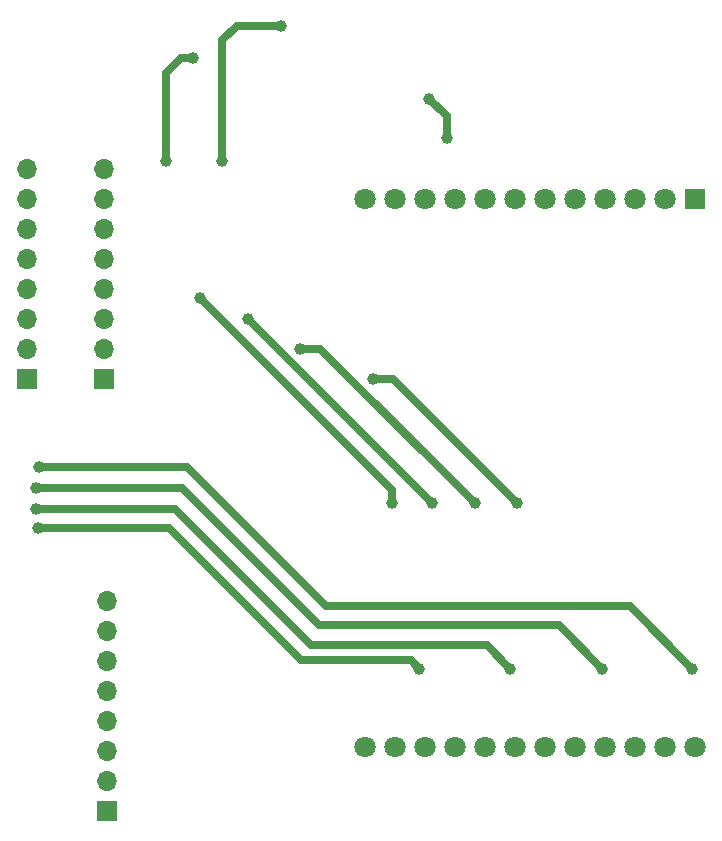
<source format=gbr>
%TF.GenerationSoftware,KiCad,Pcbnew,9.0.0*%
%TF.CreationDate,2025-04-13T20:44:06+03:30*%
%TF.ProjectId,DotMatrix,446f744d-6174-4726-9978-2e6b69636164,rev?*%
%TF.SameCoordinates,Original*%
%TF.FileFunction,Copper,L1,Top*%
%TF.FilePolarity,Positive*%
%FSLAX46Y46*%
G04 Gerber Fmt 4.6, Leading zero omitted, Abs format (unit mm)*
G04 Created by KiCad (PCBNEW 9.0.0) date 2025-04-13 20:44:06*
%MOMM*%
%LPD*%
G01*
G04 APERTURE LIST*
%TA.AperFunction,ComponentPad*%
%ADD10R,1.700000X1.700000*%
%TD*%
%TA.AperFunction,ComponentPad*%
%ADD11O,1.700000X1.700000*%
%TD*%
%TA.AperFunction,ComponentPad*%
%ADD12R,1.800000X1.800000*%
%TD*%
%TA.AperFunction,ComponentPad*%
%ADD13C,1.800000*%
%TD*%
%TA.AperFunction,ViaPad*%
%ADD14C,1.000000*%
%TD*%
%TA.AperFunction,Conductor*%
%ADD15C,0.700000*%
%TD*%
G04 APERTURE END LIST*
D10*
%TO.P,J1,1,Pin_1*%
%TO.N,Net-(J1-Pin_1)*%
X105250000Y-127740000D03*
D11*
%TO.P,J1,2,Pin_2*%
%TO.N,Net-(J1-Pin_2)*%
X105250000Y-125200000D03*
%TO.P,J1,3,Pin_3*%
%TO.N,Net-(J1-Pin_3)*%
X105250000Y-122660000D03*
%TO.P,J1,4,Pin_4*%
%TO.N,Net-(J1-Pin_4)*%
X105250000Y-120120000D03*
%TO.P,J1,5,Pin_5*%
%TO.N,Net-(J1-Pin_5)*%
X105250000Y-117580000D03*
%TO.P,J1,6,Pin_6*%
%TO.N,Net-(J1-Pin_6)*%
X105250000Y-115040000D03*
%TO.P,J1,7,Pin_7*%
%TO.N,Net-(J1-Pin_7)*%
X105250000Y-112500000D03*
%TO.P,J1,8,Pin_8*%
%TO.N,Net-(J1-Pin_8)*%
X105250000Y-109960000D03*
%TD*%
D10*
%TO.P,J3,1,Pin_1*%
%TO.N,Net-(J3-Pin_1)*%
X98500000Y-91200000D03*
D11*
%TO.P,J3,2,Pin_2*%
%TO.N,Net-(J3-Pin_2)*%
X98500000Y-88660000D03*
%TO.P,J3,3,Pin_3*%
%TO.N,Net-(J3-Pin_3)*%
X98500000Y-86120000D03*
%TO.P,J3,4,Pin_4*%
%TO.N,Net-(J3-Pin_4)*%
X98500000Y-83580000D03*
%TO.P,J3,5,Pin_5*%
%TO.N,Net-(J3-Pin_5)*%
X98500000Y-81040000D03*
%TO.P,J3,6,Pin_6*%
%TO.N,Net-(J3-Pin_6)*%
X98500000Y-78500000D03*
%TO.P,J3,7,Pin_7*%
%TO.N,Net-(J3-Pin_7)*%
X98500000Y-75960000D03*
%TO.P,J3,8,Pin_8*%
%TO.N,Net-(J3-Pin_8)*%
X98500000Y-73420000D03*
%TD*%
D10*
%TO.P,J2,1,Pin_1*%
%TO.N,Net-(J2-Pin_1)*%
X105000000Y-91200000D03*
D11*
%TO.P,J2,2,Pin_2*%
%TO.N,Net-(J2-Pin_2)*%
X105000000Y-88660000D03*
%TO.P,J2,3,Pin_3*%
%TO.N,Net-(J2-Pin_3)*%
X105000000Y-86120000D03*
%TO.P,J2,4,Pin_4*%
%TO.N,Net-(J2-Pin_4)*%
X105000000Y-83580000D03*
%TO.P,J2,5,Pin_5*%
%TO.N,Net-(J2-Pin_5)*%
X105000000Y-81040000D03*
%TO.P,J2,6,Pin_6*%
%TO.N,Net-(J2-Pin_6)*%
X105000000Y-78500000D03*
%TO.P,J2,7,Pin_7*%
%TO.N,Net-(J2-Pin_7)*%
X105000000Y-75960000D03*
%TO.P,J2,8,Pin_8*%
%TO.N,Net-(J2-Pin_8)*%
X105000000Y-73420000D03*
%TD*%
D12*
%TO.P,U1,1*%
%TO.N,Net-(R13-Pad1)*%
X155000000Y-75900000D03*
D13*
%TO.P,U1,2*%
%TO.N,Net-(R5-Pad1)*%
X152460000Y-75900000D03*
%TO.P,U1,3*%
%TO.N,Net-(J1-Pin_5)*%
X149920000Y-75900000D03*
%TO.P,U1,4*%
%TO.N,Net-(R14-Pad1)*%
X147380000Y-75900000D03*
%TO.P,U1,5*%
%TO.N,Net-(R6-Pad1)*%
X144840000Y-75900000D03*
%TO.P,U1,6*%
%TO.N,Net-(J1-Pin_6)*%
X142300000Y-75900000D03*
%TO.P,U1,7*%
%TO.N,Net-(R15-Pad1)*%
X139760000Y-75900000D03*
%TO.P,U1,8*%
%TO.N,Net-(R7-Pad1)*%
X137220000Y-75900000D03*
%TO.P,U1,9*%
%TO.N,Net-(J1-Pin_7)*%
X134680000Y-75900000D03*
%TO.P,U1,10*%
%TO.N,Net-(R16-Pad1)*%
X132140000Y-75900000D03*
%TO.P,U1,11*%
%TO.N,Net-(R8-Pad1)*%
X129600000Y-75900000D03*
%TO.P,U1,12*%
%TO.N,Net-(J1-Pin_8)*%
X127060000Y-75900000D03*
%TO.P,U1,13*%
%TO.N,Net-(J1-Pin_4)*%
X127060000Y-122300000D03*
%TO.P,U1,14*%
%TO.N,Net-(R4-Pad1)*%
X129600000Y-122300000D03*
%TO.P,U1,15*%
%TO.N,Net-(R12-Pad1)*%
X132140000Y-122300000D03*
%TO.P,U1,16*%
%TO.N,Net-(J1-Pin_3)*%
X134680000Y-122300000D03*
%TO.P,U1,17*%
%TO.N,Net-(R3-Pad1)*%
X137220000Y-122300000D03*
%TO.P,U1,18*%
%TO.N,Net-(R11-Pad1)*%
X139760000Y-122300000D03*
%TO.P,U1,19*%
%TO.N,Net-(J1-Pin_2)*%
X142300000Y-122300000D03*
%TO.P,U1,20*%
%TO.N,Net-(R2-Pad1)*%
X144840000Y-122300000D03*
%TO.P,U1,21*%
%TO.N,Net-(R10-Pad1)*%
X147380000Y-122300000D03*
%TO.P,U1,22*%
%TO.N,Net-(J1-Pin_1)*%
X149920000Y-122300000D03*
%TO.P,U1,23*%
%TO.N,Net-(R1-Pad1)*%
X152460000Y-122300000D03*
%TO.P,U1,24*%
%TO.N,Net-(R9-Pad1)*%
X155000000Y-122300000D03*
%TD*%
D14*
%TO.N,Net-(J2-Pin_2)*%
X136400000Y-101700000D03*
X121600000Y-88600000D03*
%TO.N,Net-(J2-Pin_5)*%
X115000000Y-72750000D03*
X120000000Y-61250000D03*
%TO.N,Net-(J2-Pin_1)*%
X140000000Y-101700000D03*
X127800000Y-91200000D03*
%TO.N,Net-(J2-Pin_3)*%
X117220000Y-86120000D03*
X132750000Y-101650000D03*
%TO.N,Net-(J2-Pin_4)*%
X129400000Y-101700000D03*
X113150000Y-84350000D03*
%TO.N,Net-(J2-Pin_6)*%
X110250000Y-72750000D03*
X112500000Y-64000000D03*
%TO.N,Net-(J3-Pin_2)*%
X99200000Y-100400000D03*
X147200000Y-115700000D03*
%TO.N,Net-(J3-Pin_3)*%
X139400000Y-115700000D03*
X99200000Y-102200000D03*
%TO.N,Net-(J3-Pin_1)*%
X154800000Y-115700000D03*
X99500000Y-98600000D03*
%TO.N,Net-(J3-Pin_4)*%
X131700000Y-115700000D03*
X99400000Y-103800000D03*
%TO.N,Net-(J3-Pin_8)*%
X134000000Y-70750000D03*
X132550000Y-67450000D03*
%TD*%
D15*
%TO.N,Net-(J2-Pin_4)*%
X113150000Y-84350000D02*
X129400000Y-100600000D01*
X129400000Y-100600000D02*
X129400000Y-101700000D01*
%TO.N,Net-(J2-Pin_3)*%
X117220000Y-86120000D02*
X132750000Y-101650000D01*
%TO.N,Net-(J3-Pin_8)*%
X134000000Y-70750000D02*
X134000000Y-68900000D01*
X134000000Y-68900000D02*
X132550000Y-67450000D01*
%TO.N,Net-(J2-Pin_6)*%
X112500000Y-64000000D02*
X111500000Y-64000000D01*
X110250000Y-65250000D02*
X110250000Y-72750000D01*
X111500000Y-64000000D02*
X110250000Y-65250000D01*
%TO.N,Net-(J2-Pin_5)*%
X120000000Y-61250000D02*
X116250000Y-61250000D01*
X116250000Y-61250000D02*
X115000000Y-62500000D01*
X115000000Y-62500000D02*
X115000000Y-72750000D01*
%TO.N,Net-(J2-Pin_2)*%
X123300000Y-88600000D02*
X121600000Y-88600000D01*
X136400000Y-101700000D02*
X123300000Y-88600000D01*
%TO.N,Net-(J2-Pin_1)*%
X129500000Y-91200000D02*
X140000000Y-101700000D01*
X127800000Y-91200000D02*
X129500000Y-91200000D01*
%TO.N,Net-(J3-Pin_2)*%
X147200000Y-115700000D02*
X143500000Y-112000000D01*
X143500000Y-112000000D02*
X123200000Y-112000000D01*
X123200000Y-112000000D02*
X111600000Y-100400000D01*
X111600000Y-100400000D02*
X99200000Y-100400000D01*
%TO.N,Net-(J3-Pin_3)*%
X137400000Y-113700000D02*
X122500000Y-113700000D01*
X139400000Y-115700000D02*
X137400000Y-113700000D01*
X122500000Y-113700000D02*
X111000000Y-102200000D01*
X111000000Y-102200000D02*
X99200000Y-102200000D01*
%TO.N,Net-(J3-Pin_1)*%
X123800000Y-110400000D02*
X112000000Y-98600000D01*
X112000000Y-98600000D02*
X99500000Y-98600000D01*
X149500000Y-110400000D02*
X123800000Y-110400000D01*
X154800000Y-115700000D02*
X149500000Y-110400000D01*
%TO.N,Net-(J3-Pin_4)*%
X110500000Y-103800000D02*
X99400000Y-103800000D01*
X131700000Y-115700000D02*
X131000000Y-115000000D01*
X121700000Y-115000000D02*
X110500000Y-103800000D01*
X131000000Y-115000000D02*
X121700000Y-115000000D01*
%TD*%
M02*

</source>
